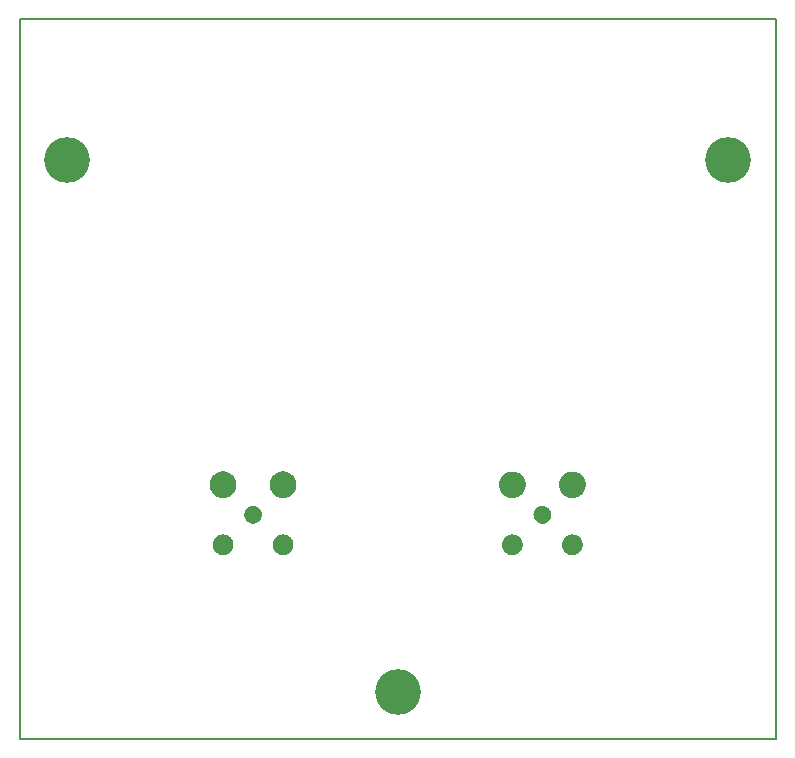
<source format=gbs>
G04*
G04 #@! TF.GenerationSoftware,Altium Limited,Altium Designer,20.0.11 (256)*
G04*
G04 Layer_Color=16711935*
%FSLAX44Y44*%
%MOMM*%
G71*
G01*
G75*
%ADD12C,0.1270*%
%ADD13C,3.8632*%
%ADD17C,2.3000*%
%ADD18C,1.5500*%
%ADD19C,1.8000*%
D12*
X640000Y610000D02*
X640000Y0D01*
X0D02*
X640000D01*
X0Y610000D02*
X640000D01*
X-0D02*
X0Y0D01*
D13*
X40000Y490000D02*
D03*
X600000D02*
D03*
X320000Y40000D02*
D03*
D17*
X467974Y215390D02*
G03*
X467974Y215390I-10J0D01*
G01*
X417174D02*
G03*
X417174Y215390I-10J0D01*
G01*
X172174Y215400D02*
G03*
X172174Y215400I-10J0D01*
G01*
X222973D02*
G03*
X222973Y215400I-10J0D01*
G01*
D18*
X442574Y189990D02*
G03*
X442574Y189990I-10J0D01*
G01*
X197574Y190000D02*
G03*
X197574Y190000I-10J0D01*
G01*
D19*
X417174Y164590D02*
G03*
X417174Y164590I-10J0D01*
G01*
X467974D02*
G03*
X467974Y164590I-10J0D01*
G01*
X222973Y164600D02*
G03*
X222973Y164600I-10J0D01*
G01*
X172174D02*
G03*
X172174Y164600I-10J0D01*
G01*
M02*

</source>
